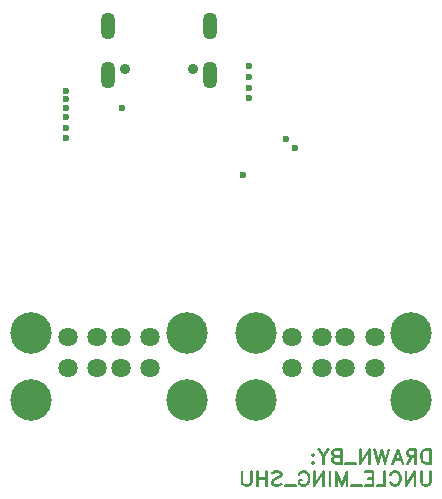
<source format=gbr>
%FSLAX46Y46*%
%MOMM*%
%ADD10C,0.200000*%
%AMPS11*
1,1,3.516000,0.000000,0.000000*
%
%ADD11PS11*%
%AMPS12*
1,1,1.628000,0.000000,0.000000*
%
%ADD12PS12*%
%AMPS16*
1,1,0.600000,0.000000,0.000000*
%
%ADD16PS16*%
%AMPS14*
21,1,1.050000,1.250000,0.000000,0.000000,270.000000*
1,1,1.250000,0.000000,-0.525000*
1,1,1.250000,0.000000,0.525000*
%
%ADD14PS14*%
%AMPS13*
21,1,1.050000,1.250000,0.000000,0.000000,270.000000*
1,1,1.250000,0.000000,-0.525000*
1,1,1.250000,0.000000,0.525000*
%
%ADD13PS13*%
%AMPS15*
1,1,0.900000,0.000000,0.000000*
%
%ADD15PS15*%
G01*
G01*
%LPD*%
D10*
X37761904Y5292262D02*
X37761904Y6542262D01*
D10*
X37702380Y5351786D02*
X37702380Y6482738D01*
D10*
X37345240Y6542262D02*
X37761904Y6542262D01*
D10*
X37166668Y6482738D02*
X37345240Y6542262D01*
D10*
X37047620Y6363690D02*
X37166668Y6482738D01*
D10*
X36988096Y6244643D02*
X37047620Y6363690D01*
D10*
X36928572Y6066071D02*
X36988096Y6244643D01*
D10*
X36928572Y5768452D02*
X36928572Y6066071D01*
D10*
X36988096Y5589881D02*
X36928572Y5768452D01*
D10*
X37047620Y5470833D02*
X36988096Y5589881D01*
D10*
X37166668Y5351786D02*
X37047620Y5470833D01*
D10*
X37345240Y5292262D02*
X37166668Y5351786D01*
D10*
X37761904Y5292262D02*
X37345240Y5292262D01*
D10*
X37345240Y6482738D02*
X37702380Y6482738D01*
D10*
X37166668Y6423214D02*
X37345240Y6482738D01*
D10*
X37107144Y6363690D02*
X37166668Y6423214D01*
D10*
X37047620Y6244643D02*
X37107144Y6363690D01*
D10*
X36988096Y6066071D02*
X37047620Y6244643D01*
D10*
X36988096Y5768452D02*
X36988096Y6066071D01*
D10*
X37047620Y5589881D02*
X36988096Y5768452D01*
D10*
X37107144Y5470833D02*
X37047620Y5589881D01*
D10*
X37166668Y5411309D02*
X37107144Y5470833D01*
D10*
X37345240Y5351786D02*
X37166668Y5411309D01*
D10*
X37702380Y5351786D02*
X37345240Y5351786D01*
D10*
X36511904Y5292262D02*
X36511904Y6542262D01*
D10*
X36452380Y5292262D02*
X36452380Y6482738D01*
D10*
X36511904Y5292262D02*
X36452380Y5292262D01*
D10*
X36035716Y6542262D02*
X36511904Y6542262D01*
D10*
X35857144Y6482738D02*
X36035716Y6542262D01*
D10*
X35797620Y6423214D02*
X35857144Y6482738D01*
D10*
X35738096Y6304166D02*
X35797620Y6423214D01*
D10*
X35738096Y6125595D02*
X35738096Y6304166D01*
D10*
X35797620Y6006547D02*
X35738096Y6125595D01*
D10*
X35857144Y5947024D02*
X35797620Y6006547D01*
D10*
X36035716Y5887500D02*
X35857144Y5947024D01*
D10*
X36452380Y5887500D02*
X36035716Y5887500D01*
D10*
X36035716Y6482738D02*
X36452380Y6482738D01*
D10*
X35857144Y6423214D02*
X36035716Y6482738D01*
D10*
X35797620Y6304166D02*
X35857144Y6423214D01*
D10*
X35797620Y6125595D02*
X35797620Y6304166D01*
D10*
X35857144Y6006547D02*
X35797620Y6125595D01*
D10*
X36035716Y5947024D02*
X35857144Y6006547D01*
D10*
X36452380Y5947024D02*
X36035716Y5947024D01*
D10*
X35797620Y5292262D02*
X36154760Y5887500D01*
D10*
X35738096Y5292262D02*
X35797620Y5292262D01*
D10*
X35738096Y5292262D02*
X36095240Y5887500D01*
D10*
X35440476Y5292262D02*
X34964284Y6542262D01*
D10*
X35380952Y5292262D02*
X34964284Y6363690D01*
D10*
X35440476Y5292262D02*
X35380952Y5292262D01*
D10*
X34547620Y5292262D02*
X34964284Y6363690D01*
D10*
X34488096Y5292262D02*
X34547620Y5292262D01*
D10*
X34488096Y5292262D02*
X34964284Y6542262D01*
D10*
X34666668Y5649405D02*
X35261904Y5649405D01*
D10*
X34607144Y5589881D02*
X35321428Y5589881D01*
D10*
X33892856Y5292262D02*
X34250000Y6542262D01*
D10*
X34190476Y6542262D02*
X34250000Y6542262D01*
D10*
X33892856Y5470833D02*
X34190476Y6542262D01*
D10*
X33892856Y5470833D02*
X33595240Y6542262D01*
D10*
X33892856Y5292262D02*
X33595240Y6363690D01*
D10*
X33297620Y5292262D02*
X33595240Y6363690D01*
D10*
X33297620Y5470833D02*
X33595240Y6542262D01*
D10*
X33000000Y6542262D02*
X32940476Y6542262D01*
D10*
X33297620Y5470833D02*
X33000000Y6542262D01*
D10*
X33297620Y5292262D02*
X32940476Y6542262D01*
D10*
X32583334Y5292262D02*
X32583334Y6542262D01*
D10*
X32523810Y5292262D02*
X32523810Y6363690D01*
D10*
X32583334Y5292262D02*
X32523810Y5292262D01*
D10*
X31750000Y5292262D02*
X32523810Y6363690D01*
D10*
X31809524Y5470833D02*
X32583334Y6542262D01*
D10*
X31809524Y5470833D02*
X31809524Y6542262D01*
D10*
X31750000Y6542262D02*
X31809524Y6542262D01*
D10*
X31750000Y5292262D02*
X31750000Y6542262D01*
D10*
X30500000Y5292262D02*
X31452380Y5292262D01*
D10*
X30500000Y5351786D02*
X30500000Y5292262D01*
D10*
X31452380Y5351786D02*
X30500000Y5351786D01*
D10*
X31452380Y5292262D02*
X31452380Y5351786D01*
D10*
X30202380Y5292262D02*
X30202380Y6542262D01*
D10*
X30142858Y5351786D02*
X30142858Y6482738D01*
D10*
X29726190Y6542262D02*
X30202380Y6542262D01*
D10*
X29547620Y6482738D02*
X29726190Y6542262D01*
D10*
X29488096Y6423214D02*
X29547620Y6482738D01*
D10*
X29428572Y6304166D02*
X29488096Y6423214D01*
D10*
X29428572Y6125595D02*
X29428572Y6304166D01*
D10*
X29488096Y6006547D02*
X29428572Y6125595D01*
D10*
X29547620Y5947024D02*
X29488096Y6006547D01*
D10*
X29726190Y5887500D02*
X29547620Y5947024D01*
D10*
X29726190Y6482738D02*
X30142858Y6482738D01*
D10*
X29547620Y6423214D02*
X29726190Y6482738D01*
D10*
X29488096Y6304166D02*
X29547620Y6423214D01*
D10*
X29488096Y6125595D02*
X29488096Y6304166D01*
D10*
X29547620Y6006547D02*
X29488096Y6125595D01*
D10*
X29726190Y5947024D02*
X29547620Y6006547D01*
D10*
X29726190Y5947024D02*
X30142858Y5947024D01*
D10*
X29547620Y5887500D02*
X29726190Y5947024D01*
D10*
X29488096Y5827976D02*
X29547620Y5887500D01*
D10*
X29428572Y5708928D02*
X29488096Y5827976D01*
D10*
X29428572Y5530357D02*
X29428572Y5708928D01*
D10*
X29488096Y5411309D02*
X29428572Y5530357D01*
D10*
X29547620Y5351786D02*
X29488096Y5411309D01*
D10*
X29726190Y5292262D02*
X29547620Y5351786D01*
D10*
X30202380Y5292262D02*
X29726190Y5292262D01*
D10*
X29726190Y5887500D02*
X30142858Y5887500D01*
D10*
X29547620Y5827976D02*
X29726190Y5887500D01*
D10*
X29488096Y5708928D02*
X29547620Y5827976D01*
D10*
X29488096Y5530357D02*
X29488096Y5708928D01*
D10*
X29547620Y5411309D02*
X29488096Y5530357D01*
D10*
X29726190Y5351786D02*
X29547620Y5411309D01*
D10*
X30142858Y5351786D02*
X29726190Y5351786D01*
D10*
X28714286Y5947024D02*
X29130952Y6542262D01*
D10*
X28714286Y5292262D02*
X28714286Y5947024D01*
D10*
X28654762Y5292262D02*
X28714286Y5292262D01*
D10*
X29071428Y6542262D02*
X29130952Y6542262D01*
D10*
X28654762Y5947024D02*
X29071428Y6542262D01*
D10*
X28297620Y6542262D02*
X28238096Y6542262D01*
D10*
X28714286Y5947024D02*
X28297620Y6542262D01*
D10*
X28654762Y5947024D02*
X28238096Y6542262D01*
D10*
X28654762Y5292262D02*
X28654762Y5947024D01*
D10*
X27880952Y6066071D02*
X27821428Y6125595D01*
D10*
X27880952Y6006547D02*
X27880952Y6066071D01*
D10*
X27821428Y5947024D02*
X27880952Y6006547D01*
D10*
X27761904Y5947024D02*
X27821428Y5947024D01*
D10*
X27702380Y6006547D02*
X27761904Y5947024D01*
D10*
X27702380Y6066071D02*
X27702380Y6006547D01*
D10*
X27761904Y6125595D02*
X27702380Y6066071D01*
D10*
X27821428Y6125595D02*
X27761904Y6125595D01*
D10*
X27821428Y6006547D02*
X27821428Y6066071D01*
D10*
X27761904Y6006547D02*
X27821428Y6006547D01*
D10*
X27761904Y6066071D02*
X27761904Y6006547D01*
D10*
X27821428Y6066071D02*
X27761904Y6066071D01*
D10*
X27880952Y5411309D02*
X27821428Y5470833D01*
D10*
X27880952Y5351786D02*
X27880952Y5411309D01*
D10*
X27821428Y5292262D02*
X27880952Y5351786D01*
D10*
X27761904Y5292262D02*
X27821428Y5292262D01*
D10*
X27702380Y5351786D02*
X27761904Y5292262D01*
D10*
X27702380Y5411309D02*
X27702380Y5351786D01*
D10*
X27761904Y5470833D02*
X27702380Y5411309D01*
D10*
X27821428Y5470833D02*
X27761904Y5470833D01*
D10*
X27821428Y5351786D02*
X27821428Y5411309D01*
D10*
X27761904Y5351786D02*
X27821428Y5351786D01*
D10*
X27761904Y5411309D02*
X27761904Y5351786D01*
D10*
X27821428Y5411309D02*
X27761904Y5411309D01*
D10*
X37761904Y3761904D02*
X37761904Y4654762D01*
D10*
X37702380Y3583333D02*
X37761904Y3761904D01*
D10*
X37583332Y3464285D02*
X37702380Y3583333D01*
D10*
X37404760Y3404762D02*
X37583332Y3464285D01*
D10*
X37285716Y3404762D02*
X37404760Y3404762D01*
D10*
X37107144Y3464285D02*
X37285716Y3404762D01*
D10*
X36988096Y3583333D02*
X37107144Y3464285D01*
D10*
X36928572Y3761904D02*
X36988096Y3583333D01*
D10*
X36928572Y4654762D02*
X36928572Y3761904D01*
D10*
X37702380Y4654762D02*
X37761904Y4654762D01*
D10*
X37702380Y3761904D02*
X37702380Y4654762D01*
D10*
X37642856Y3583333D02*
X37702380Y3761904D01*
D10*
X37583332Y3523809D02*
X37642856Y3583333D01*
D10*
X37404760Y3464285D02*
X37583332Y3523809D01*
D10*
X37285716Y3464285D02*
X37404760Y3464285D01*
D10*
X37107144Y3523809D02*
X37285716Y3464285D01*
D10*
X37047620Y3583333D02*
X37107144Y3523809D01*
D10*
X36988096Y3761904D02*
X37047620Y3583333D01*
D10*
X36988096Y4654762D02*
X36988096Y3761904D01*
D10*
X36928572Y4654762D02*
X36988096Y4654762D01*
D10*
X36452380Y3404762D02*
X36452380Y4654762D01*
D10*
X36392856Y3404762D02*
X36392856Y4476190D01*
D10*
X36452380Y3404762D02*
X36392856Y3404762D01*
D10*
X35619048Y3404762D02*
X36392856Y4476190D01*
D10*
X35678572Y3583333D02*
X36452380Y4654762D01*
D10*
X35678572Y3583333D02*
X35678572Y4654762D01*
D10*
X35619048Y4654762D02*
X35678572Y4654762D01*
D10*
X35619048Y3404762D02*
X35619048Y4654762D01*
D10*
X34369048Y4476190D02*
X34309524Y4357143D01*
D10*
X34488096Y4595238D02*
X34369048Y4476190D01*
D10*
X34607144Y4654762D02*
X34488096Y4595238D01*
D10*
X34845240Y4654762D02*
X34607144Y4654762D01*
D10*
X34964284Y4595238D02*
X34845240Y4654762D01*
D10*
X35083332Y4476190D02*
X34964284Y4595238D01*
D10*
X35142856Y4357143D02*
X35083332Y4476190D01*
D10*
X35202380Y4178571D02*
X35142856Y4357143D01*
D10*
X35202380Y3880952D02*
X35202380Y4178571D01*
D10*
X35142856Y3702381D02*
X35202380Y3880952D01*
D10*
X35083332Y3583333D02*
X35142856Y3702381D01*
D10*
X34964284Y3464285D02*
X35083332Y3583333D01*
D10*
X34845240Y3404762D02*
X34964284Y3464285D01*
D10*
X34607144Y3404762D02*
X34845240Y3404762D01*
D10*
X34488096Y3464285D02*
X34607144Y3404762D01*
D10*
X34369048Y3583333D02*
X34488096Y3464285D01*
D10*
X34309524Y3702381D02*
X34369048Y3583333D01*
D10*
X34369048Y4357143D02*
X34309524Y4357143D01*
D10*
X34428572Y4476190D02*
X34369048Y4357143D01*
D10*
X34488096Y4535714D02*
X34428572Y4476190D01*
D10*
X34607144Y4595238D02*
X34488096Y4535714D01*
D10*
X34845240Y4595238D02*
X34607144Y4595238D01*
D10*
X34964284Y4535714D02*
X34845240Y4595238D01*
D10*
X35083332Y4357143D02*
X34964284Y4535714D01*
D10*
X35142856Y4178571D02*
X35083332Y4357143D01*
D10*
X35142856Y3880952D02*
X35142856Y4178571D01*
D10*
X35083332Y3702381D02*
X35142856Y3880952D01*
D10*
X34964284Y3523809D02*
X35083332Y3702381D01*
D10*
X34845240Y3464285D02*
X34964284Y3523809D01*
D10*
X34607144Y3464285D02*
X34845240Y3464285D01*
D10*
X34488096Y3523809D02*
X34607144Y3464285D01*
D10*
X34428572Y3583333D02*
X34488096Y3523809D01*
D10*
X34369048Y3702381D02*
X34428572Y3583333D01*
D10*
X34309524Y3702381D02*
X34369048Y3702381D01*
D10*
X33892856Y3404762D02*
X33892856Y4654762D01*
D10*
X33833332Y4654762D02*
X33892856Y4654762D01*
D10*
X33833332Y3464285D02*
X33833332Y4654762D01*
D10*
X33178572Y3464285D02*
X33833332Y3464285D01*
D10*
X33178572Y3404762D02*
X33178572Y3464285D01*
D10*
X33178572Y3404762D02*
X33892856Y3404762D01*
D10*
X32880952Y3404762D02*
X32880952Y4654762D01*
D10*
X32821428Y3464285D02*
X32821428Y4595238D01*
D10*
X32166668Y4654762D02*
X32880952Y4654762D01*
D10*
X32166668Y4595238D02*
X32821428Y4595238D01*
D10*
X32166668Y4654762D02*
X32166668Y4595238D01*
D10*
X32464286Y4059523D02*
X32821428Y4059523D01*
D10*
X32464286Y4000000D02*
X32464286Y4059523D01*
D10*
X32464286Y4000000D02*
X32821428Y4000000D01*
D10*
X32166668Y3464285D02*
X32821428Y3464285D01*
D10*
X32166668Y3404762D02*
X32166668Y3464285D01*
D10*
X32166668Y3404762D02*
X32880952Y3404762D01*
D10*
X30976190Y3404762D02*
X31928572Y3404762D01*
D10*
X30976190Y3464285D02*
X30976190Y3404762D01*
D10*
X31928572Y3464285D02*
X30976190Y3464285D01*
D10*
X31928572Y3404762D02*
X31928572Y3464285D01*
D10*
X30678572Y3404762D02*
X30678572Y4654762D01*
D10*
X30619048Y3404762D02*
X30619048Y4357143D01*
D10*
X30678572Y3404762D02*
X30619048Y3404762D01*
D10*
X30202380Y3404762D02*
X30619048Y4357143D01*
D10*
X30202380Y3583333D02*
X30678572Y4654762D01*
D10*
X30202380Y3583333D02*
X29726190Y4654762D01*
D10*
X30202380Y3404762D02*
X29785714Y4357143D01*
D10*
X29785714Y3404762D02*
X29785714Y4357143D01*
D10*
X29726190Y3404762D02*
X29785714Y3404762D01*
D10*
X29726190Y3404762D02*
X29726190Y4654762D01*
D10*
X29250000Y3404762D02*
X29250000Y4654762D01*
D10*
X29190476Y3404762D02*
X29250000Y3404762D01*
D10*
X29190476Y4654762D02*
X29250000Y4654762D01*
D10*
X29190476Y3404762D02*
X29190476Y4654762D01*
D10*
X28714286Y3404762D02*
X28714286Y4654762D01*
D10*
X28654762Y3404762D02*
X28654762Y4476190D01*
D10*
X28714286Y3404762D02*
X28654762Y3404762D01*
D10*
X27880952Y3404762D02*
X28654762Y4476190D01*
D10*
X27940476Y3583333D02*
X28714286Y4654762D01*
D10*
X27940476Y3583333D02*
X27940476Y4654762D01*
D10*
X27880952Y4654762D02*
X27940476Y4654762D01*
D10*
X27880952Y3404762D02*
X27880952Y4654762D01*
D10*
X26630952Y4476190D02*
X26571428Y4357143D01*
D10*
X26750000Y4595238D02*
X26630952Y4476190D01*
D10*
X26869048Y4654762D02*
X26750000Y4595238D01*
D10*
X27107144Y4654762D02*
X26869048Y4654762D01*
D10*
X27226192Y4595238D02*
X27107144Y4654762D01*
D10*
X27345238Y4476190D02*
X27226192Y4595238D01*
D10*
X27404762Y4357143D02*
X27345238Y4476190D01*
D10*
X27464286Y4178571D02*
X27404762Y4357143D01*
D10*
X27464286Y3880952D02*
X27464286Y4178571D01*
D10*
X27404762Y3702381D02*
X27464286Y3880952D01*
D10*
X27345238Y3583333D02*
X27404762Y3702381D01*
D10*
X27226192Y3464285D02*
X27345238Y3583333D01*
D10*
X27107144Y3404762D02*
X27226192Y3464285D01*
D10*
X26869048Y3404762D02*
X27107144Y3404762D01*
D10*
X26750000Y3464285D02*
X26869048Y3404762D01*
D10*
X26630952Y3583333D02*
X26750000Y3464285D01*
D10*
X26571428Y3702381D02*
X26630952Y3583333D01*
D10*
X26571428Y3940476D02*
X26571428Y3702381D01*
D10*
X26869048Y3940476D02*
X26571428Y3940476D01*
D10*
X26630952Y4357143D02*
X26571428Y4357143D01*
D10*
X26690476Y4476190D02*
X26630952Y4357143D01*
D10*
X26750000Y4535714D02*
X26690476Y4476190D01*
D10*
X26869048Y4595238D02*
X26750000Y4535714D01*
D10*
X27107144Y4595238D02*
X26869048Y4595238D01*
D10*
X27226192Y4535714D02*
X27107144Y4595238D01*
D10*
X27285714Y4476190D02*
X27226192Y4535714D01*
D10*
X27345238Y4357143D02*
X27285714Y4476190D01*
D10*
X27404762Y4178571D02*
X27345238Y4357143D01*
D10*
X27404762Y3880952D02*
X27404762Y4178571D01*
D10*
X27345238Y3702381D02*
X27404762Y3880952D01*
D10*
X27285714Y3583333D02*
X27345238Y3702381D01*
D10*
X27226192Y3523809D02*
X27285714Y3583333D01*
D10*
X27107144Y3464285D02*
X27226192Y3523809D01*
D10*
X26869048Y3464285D02*
X27107144Y3464285D01*
D10*
X26750000Y3523809D02*
X26869048Y3464285D01*
D10*
X26690476Y3583333D02*
X26750000Y3523809D01*
D10*
X26630952Y3702381D02*
X26690476Y3583333D01*
D10*
X26630952Y3880952D02*
X26630952Y3702381D01*
D10*
X26869048Y3880952D02*
X26630952Y3880952D01*
D10*
X26869048Y3940476D02*
X26869048Y3880952D01*
D10*
X25380952Y3404762D02*
X26333334Y3404762D01*
D10*
X25380952Y3464285D02*
X25380952Y3404762D01*
D10*
X26333334Y3464285D02*
X25380952Y3464285D01*
D10*
X26333334Y3404762D02*
X26333334Y3464285D01*
D10*
X24428572Y4595238D02*
X24309524Y4476190D01*
D10*
X24607144Y4654762D02*
X24428572Y4595238D01*
D10*
X24845238Y4654762D02*
X24607144Y4654762D01*
D10*
X25023810Y4595238D02*
X24845238Y4654762D01*
D10*
X25142856Y4476190D02*
X25023810Y4595238D01*
D10*
X25142856Y4357143D02*
X25142856Y4476190D01*
D10*
X25083334Y4238095D02*
X25142856Y4357143D01*
D10*
X25023810Y4178571D02*
X25083334Y4238095D01*
D10*
X24904762Y4119047D02*
X25023810Y4178571D01*
D10*
X24607144Y4000000D02*
X24904762Y4119047D01*
D10*
X24488096Y3940476D02*
X24607144Y4000000D01*
D10*
X24428572Y3880952D02*
X24488096Y3940476D01*
D10*
X24369048Y3761904D02*
X24428572Y3880952D01*
D10*
X24369048Y3583333D02*
X24369048Y3761904D01*
D10*
X24428572Y3523809D02*
X24369048Y3583333D01*
D10*
X24607144Y3464285D02*
X24428572Y3523809D01*
D10*
X24845238Y3464285D02*
X24607144Y3464285D01*
D10*
X24964286Y3523809D02*
X24845238Y3464285D01*
D10*
X25023810Y3583333D02*
X24964286Y3523809D01*
D10*
X25142856Y3583333D02*
X25023810Y3583333D01*
D10*
X24428572Y4476190D02*
X24309524Y4476190D01*
D10*
X24488096Y4535714D02*
X24428572Y4476190D01*
D10*
X24607144Y4595238D02*
X24488096Y4535714D01*
D10*
X24845238Y4595238D02*
X24607144Y4595238D01*
D10*
X25023810Y4535714D02*
X24845238Y4595238D01*
D10*
X25083334Y4476190D02*
X25023810Y4535714D01*
D10*
X25083334Y4357143D02*
X25083334Y4476190D01*
D10*
X25023810Y4238095D02*
X25083334Y4357143D01*
D10*
X24904762Y4178571D02*
X25023810Y4238095D01*
D10*
X24607144Y4059523D02*
X24904762Y4178571D01*
D10*
X24488096Y4000000D02*
X24607144Y4059523D01*
D10*
X24369048Y3880952D02*
X24488096Y4000000D01*
D10*
X24309524Y3761904D02*
X24369048Y3880952D01*
D10*
X24309524Y3583333D02*
X24309524Y3761904D01*
D10*
X24428572Y3464285D02*
X24309524Y3583333D01*
D10*
X24607144Y3404762D02*
X24428572Y3464285D01*
D10*
X24845238Y3404762D02*
X24607144Y3404762D01*
D10*
X25023810Y3464285D02*
X24845238Y3404762D01*
D10*
X25142856Y3583333D02*
X25023810Y3464285D01*
D10*
X23892856Y3404762D02*
X23892856Y4654762D01*
D10*
X23833334Y4654762D02*
X23892856Y4654762D01*
D10*
X23833334Y3404762D02*
X23833334Y4654762D01*
D10*
X23892856Y3404762D02*
X23833334Y3404762D01*
D10*
X23119048Y4654762D02*
X23059524Y4654762D01*
D10*
X23119048Y3404762D02*
X23119048Y4654762D01*
D10*
X23059524Y3404762D02*
X23119048Y3404762D01*
D10*
X23059524Y3404762D02*
X23059524Y4654762D01*
D10*
X23119048Y4059523D02*
X23833334Y4059523D01*
D10*
X23119048Y4000000D02*
X23833334Y4000000D01*
D10*
X22583334Y3761904D02*
X22583334Y4654762D01*
D10*
X22523810Y3583333D02*
X22583334Y3761904D01*
D10*
X22404762Y3464285D02*
X22523810Y3583333D01*
D10*
X22226192Y3404762D02*
X22404762Y3464285D01*
D10*
X22107144Y3404762D02*
X22226192Y3404762D01*
D10*
X21928572Y3464285D02*
X22107144Y3404762D01*
D10*
X21809524Y3583333D02*
X21928572Y3464285D01*
D10*
X21750000Y3761904D02*
X21809524Y3583333D01*
D10*
X21750000Y4654762D02*
X21750000Y3761904D01*
D10*
X22523810Y4654762D02*
X22583334Y4654762D01*
D10*
X22523810Y3761904D02*
X22523810Y4654762D01*
D10*
X22464286Y3583333D02*
X22523810Y3761904D01*
D10*
X22404762Y3523809D02*
X22464286Y3583333D01*
D10*
X22226192Y3464285D02*
X22404762Y3523809D01*
D10*
X22107144Y3464285D02*
X22226192Y3464285D01*
D10*
X21928572Y3523809D02*
X22107144Y3464285D01*
D10*
X21869048Y3583333D02*
X21928572Y3523809D01*
D10*
X21809524Y3761904D02*
X21869048Y3583333D01*
D10*
X21809524Y4654762D02*
X21809524Y3761904D01*
D10*
X21750000Y4654762D02*
X21809524Y4654762D01*
G75*
D11*
X22930000Y16350000D03*
D12*
X26000000Y13380000D03*
D12*
X33000000Y16000000D03*
D12*
X26000000Y16000000D03*
D11*
X36070000Y16350000D03*
D12*
X33000000Y13380000D03*
D12*
X30500000Y13380000D03*
D11*
X22930000Y10670000D03*
D12*
X28500000Y13380000D03*
D12*
X28500000Y16000000D03*
D11*
X36070000Y10670000D03*
D12*
X30500000Y16000000D03*
D11*
X3930000Y16350000D03*
D12*
X7000000Y13380000D03*
D12*
X14000000Y16000000D03*
D12*
X7000000Y16000000D03*
D11*
X17070000Y16350000D03*
D12*
X14000000Y13380000D03*
D12*
X11500000Y13380000D03*
D11*
X3930000Y10670000D03*
D12*
X9500000Y13380000D03*
D12*
X9500000Y16000000D03*
D11*
X17070000Y10670000D03*
D12*
X11500000Y16000000D03*
D13*
X10430000Y42375000D03*
D14*
X19070000Y38195001D03*
D15*
X17640000Y38725000D03*
D13*
X19070000Y42375000D03*
D14*
X10430000Y38195001D03*
D15*
X11860000Y38725000D03*
D16*
X6875000Y33750000D03*
D16*
X6875000Y35375000D03*
D16*
X22375000Y36250000D03*
D16*
X6875000Y32875000D03*
D16*
X22375000Y37125000D03*
D16*
X6875000Y36875000D03*
D16*
X22375000Y39000000D03*
D16*
X25500000Y32750000D03*
D16*
X26250000Y32000000D03*
D16*
X6875000Y36125000D03*
D16*
X6875000Y34625000D03*
D16*
X22375000Y38000000D03*
D16*
X21875000Y29750000D03*
D16*
X11625000Y35374992D03*
M02*

</source>
